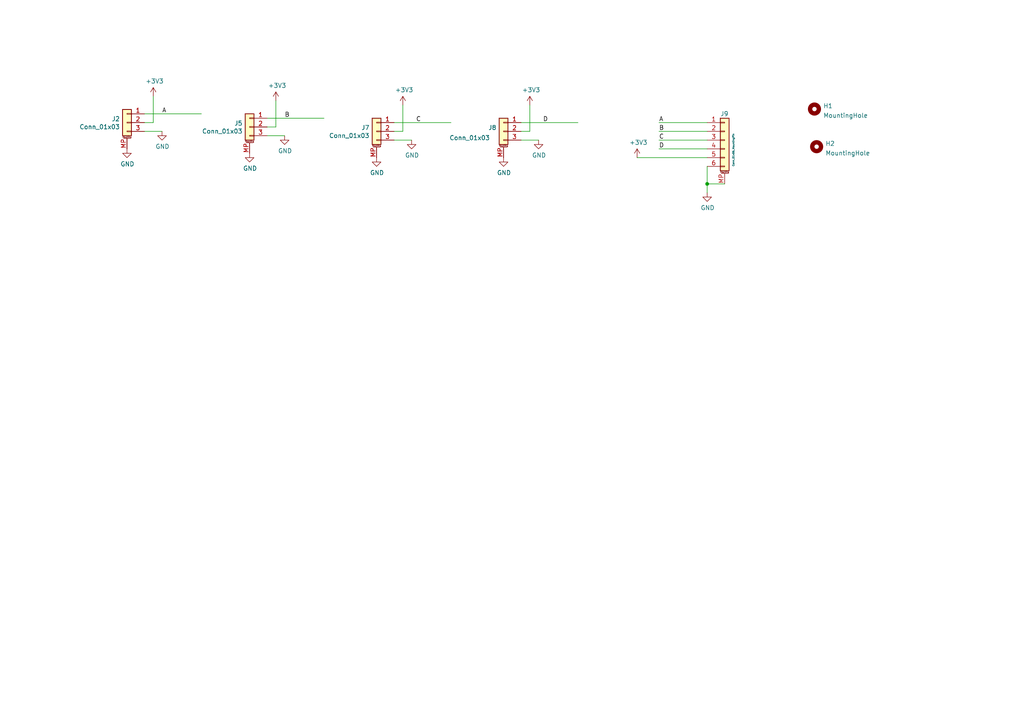
<source format=kicad_sch>
(kicad_sch (version 20211123) (generator eeschema)
  (paper "A4")
  (lib_symbols
    (symbol "Connector_Generic_MountingPin:Conn_01x03_MountingPin" (pin_names (offset 1.016) hide)
      (property "Reference" "J" (at 0 5.08 0))
      (property "Value" "Conn_01x03_MountingPin" (at 1.27 -5.08 0))
      (symbol "Conn_01x03_MountingPin_1_1"
        (rectangle (start -1.27 -2.413) (end 0 -2.667) (stroke (width 0.1524)))
        (rectangle (start -1.27 0.127) (end 0 -0.127) (stroke (width 0.1524)))
        (rectangle (start -1.27 2.667) (end 0 2.413) (stroke (width 0.1524)))
        (rectangle (start -1.27 3.81) (end 1.27 -3.81) (stroke (width 0.254)) (fill (type background)))
        (polyline (pts (xy -1.016 -4.572) (xy 1.016 -4.572)) (stroke (width 0.1524)))
        (text "Mounting" (at 0 -4.191 0) (effects (font (size 0.381 0.381))))
        (pin passive line (at -5.08 2.54 0) (length 3.81) (name "Pin_1") (number "1"))
        (pin passive line (at -5.08 0 0) (length 3.81) (name "Pin_2") (number "2"))
        (pin passive line (at -5.08 -2.54 0) (length 3.81) (name "Pin_3") (number "3"))
        (pin passive line (at 0 -7.62 90) (length 3.048) (name "MountPin") (number "MP"))
      )
    )
    (symbol "Connector_Generic_MountingPin:Conn_01x06_MountingPin" (pin_names (offset 1.016) hide)
      (property "Reference" "J" (at 0 7.62 0))
      (property "Value" "Conn_01x06_MountingPin" (at 1.27 -10.16 0))
      (symbol "Conn_01x06_MountingPin_1_1"
        (rectangle (start -1.27 -7.493) (end 0 -7.747) (stroke (width 0.1524)))
        (rectangle (start -1.27 -4.953) (end 0 -5.207) (stroke (width 0.1524)))
        (rectangle (start -1.27 -2.413) (end 0 -2.667) (stroke (width 0.1524)))
        (rectangle (start -1.27 0.127) (end 0 -0.127) (stroke (width 0.1524)))
        (rectangle (start -1.27 2.667) (end 0 2.413) (stroke (width 0.1524)))
        (rectangle (start -1.27 5.207) (end 0 4.953) (stroke (width 0.1524)))
        (rectangle (start -1.27 6.35) (end 1.27 -8.89) (stroke (width 0.254)) (fill (type background)))
        (polyline (pts (xy -1.016 -9.652) (xy 1.016 -9.652)) (stroke (width 0.1524)))
        (text "Mounting" (at 0 -9.271 0) (effects (font (size 0.381 0.381))))
        (pin passive line (at -5.08 5.08 0) (length 3.81) (name "Pin_1") (number "1"))
        (pin passive line (at -5.08 2.54 0) (length 3.81) (name "Pin_2") (number "2"))
        (pin passive line (at -5.08 0 0) (length 3.81) (name "Pin_3") (number "3"))
        (pin passive line (at -5.08 -2.54 0) (length 3.81) (name "Pin_4") (number "4"))
        (pin passive line (at -5.08 -5.08 0) (length 3.81) (name "Pin_5") (number "5"))
        (pin passive line (at -5.08 -7.62 0) (length 3.81) (name "Pin_6") (number "6"))
        (pin passive line (at 0 -12.7 90) (length 3.048) (name "MountPin") (number "MP"))
      )
    )
    (symbol "Mechanical:MountingHole" (pin_names (offset 1.016))
      (property "Reference" "H" (at 0 5.08 0))
      (property "Value" "MountingHole" (at 0 3.175 0))
      (symbol "MountingHole_0_1"
        (circle (center 0 0) (radius 1.27) (stroke (width 1.27)))
      )
    )
    (symbol "power:+3.3V" (power) (pin_names (offset 0))
      (property "Value" "+3.3V" (at 0 3.556 0))
      (symbol "+3.3V_0_1"
        (polyline (pts (xy -0.762 1.27) (xy 0 2.54)))
        (polyline (pts (xy 0 0) (xy 0 2.54)))
        (polyline (pts (xy 0 2.54) (xy 0.762 1.27)))
      )
      (symbol "+3.3V_1_1"
        (pin power_in line (at 0 0 90) (length 0) hide (name "+3V3") (number "1"))
      )
    )
    (symbol "power:GND" (power) (pin_names (offset 0))
      (property "Value" "GND" (at 0 -3.81 0))
      (symbol "GND_0_1"
        (polyline (pts (xy 0 0) (xy 0 -1.27) (xy 1.27 -1.27) (xy 0 -2.54) (xy -1.27 -1.27) (xy 0 -1.27)))
      )
      (symbol "GND_1_1"
        (pin power_in line (at 0 0 270) (length 0) hide (name "GND") (number "1"))
      )
    )
  )
  (junction (at 205.105 53.34))
  (wire (pts (xy 191.135 38.1) (xy 205.105 38.1)))
  (wire (pts (xy 191.135 43.18) (xy 205.105 43.18)))
  (wire (pts (xy 153.67 38.1) (xy 153.67 30.48)))
  (wire (pts (xy 80.01 36.83) (xy 80.01 29.21)))
  (wire (pts (xy 41.91 33.02) (xy 58.42 33.02)))
  (wire (pts (xy 114.3 38.1) (xy 116.84 38.1)))
  (wire (pts (xy 151.13 38.1) (xy 153.67 38.1)))
  (wire (pts (xy 205.105 53.34) (xy 205.105 55.88)))
  (wire (pts (xy 116.84 38.1) (xy 116.84 30.48)))
  (wire (pts (xy 41.91 38.1) (xy 46.99 38.1)))
  (wire (pts (xy 184.785 45.72) (xy 205.105 45.72)))
  (wire (pts (xy 114.3 35.56) (xy 130.81 35.56)))
  (wire (pts (xy 191.135 40.64) (xy 205.105 40.64)))
  (wire (pts (xy 151.13 35.56) (xy 167.64 35.56)))
  (wire (pts (xy 151.13 40.64) (xy 156.21 40.64)))
  (wire (pts (xy 41.91 35.56) (xy 44.45 35.56)))
  (wire (pts (xy 77.47 39.37) (xy 82.55 39.37)))
  (wire (pts (xy 77.47 36.83) (xy 80.01 36.83)))
  (wire (pts (xy 77.47 34.29) (xy 93.98 34.29)))
  (wire (pts (xy 191.135 35.56) (xy 205.105 35.56)))
  (wire (pts (xy 44.45 35.56) (xy 44.45 27.94)))
  (wire (pts (xy 114.3 40.64) (xy 119.38 40.64)))
  (wire (pts (xy 205.105 53.34) (xy 210.185 53.34)))
  (wire (pts (xy 205.105 48.26) (xy 205.105 53.34)))
  (label "B" (at 82.55 34.29 0))
  (label "D" (at 157.48 35.56 0))
  (label "A" (at 46.99 33.02 0))
  (label "C" (at 191.135 40.64 0))
  (label "B" (at 191.135 38.1 0))
  (label "D" (at 191.135 43.18 0))
  (label "A" (at 191.135 35.56 0))
  (label "C" (at 120.65 35.56 0))
  (symbol (lib_id "Connector_Generic_MountingPin:Conn_01x03_MountingPin") (at 36.83 35.56 0) (mirror y) (unit 1)
    (property "Reference" "J2" (at 34.798 34.4932 0) (effects (justify left)))
    (property "Value" "Conn_01x03" (at 34.798 36.8046 0) (effects (justify left)))
    (property "Footprint" "Connector_JST:JST_PH_B3B-PH-SM4-TB_1x03-1MP_P2.00mm_Vertical" (effects hide))
  )
  (symbol (lib_id "power:GND") (at 82.55 39.37 0) (unit 1)
    (property "Reference" "#PWR021" (effects hide))
    (property "Value" "GND" (at 82.677 43.7642 0))
  )
  (symbol (lib_id "power:GND") (at 36.83 43.18 0) (unit 1)
    (property "Reference" "#PWR06" (effects hide))
    (property "Value" "GND" (at 36.957 47.5742 0))
  )
  (symbol (lib_id "power:GND") (at 156.21 40.64 0) (unit 1)
    (property "Reference" "#PWR038" (effects hide))
    (property "Value" "GND" (at 156.337 45.0342 0))
  )
  (symbol (lib_id "Mechanical:MountingHole") (at 236.228 31.6294 0) (unit 1)
    (property "Reference" "H1" (at 238.768 30.7209 0) (effects (justify left)))
    (property "Value" "MountingHole" (at 238.768 33.496 0) (effects (justify left)))
    (property "Footprint" "MountingHole:MountingHole_3.2mm_M3_ISO14580" (effects hide))
  )
  (symbol (lib_id "power:+3.3V") (at 44.45 27.94 0) (unit 1)
    (property "Reference" "#PWR08" (effects hide))
    (property "Value" "+3.3V" (at 44.831 23.5458 0))
  )
  (symbol (lib_id "Mechanical:MountingHole") (at 236.855 42.545 0) (unit 1)
    (property "Reference" "H2" (at 239.395 41.6365 0) (effects (justify left)))
    (property "Value" "MountingHole" (at 239.395 44.4116 0) (effects (justify left)))
    (property "Footprint" "MountingHole:MountingHole_3.2mm_M3_ISO14580" (effects hide))
  )
  (symbol (lib_id "Connector_Generic_MountingPin:Conn_01x06_MountingPin") (at 210.185 40.64 0) (unit 1)
    (property "Reference" "J9" (at 208.915 33.02 0) (effects (justify left)))
    (property "Value" "Conn_01x06_MountingPin" (at 212.725 48.26 90) (effects (font (size 0.5 0.5)) (justify left)))
    (property "Footprint" "Connector_FFC-FPC:TE_84952-6_1x06-1MP_P1.0mm_Horizontal" (effects hide))
  )
  (symbol (lib_id "Connector_Generic_MountingPin:Conn_01x03_MountingPin") (at 72.39 36.83 0) (mirror y) (unit 1)
    (property "Reference" "J5" (at 70.358 35.7632 0) (effects (justify left)))
    (property "Value" "Conn_01x03" (at 70.358 38.0746 0) (effects (justify left)))
    (property "Footprint" "Connector_JST:JST_PH_B3B-PH-SM4-TB_1x03-1MP_P2.00mm_Vertical" (effects hide))
  )
  (symbol (lib_id "Connector_Generic_MountingPin:Conn_01x03_MountingPin") (at 146.05 38.1 0) (mirror y) (unit 1)
    (property "Reference" "J8" (at 144.018 37.0332 0) (effects (justify left)))
    (property "Value" "Conn_01x03" (at 142.113 39.9796 0) (effects (justify left)))
    (property "Footprint" "Connector_JST:JST_PH_B3B-PH-SM4-TB_1x03-1MP_P2.00mm_Vertical" (effects hide))
  )
  (symbol (lib_id "power:+3.3V") (at 80.01 29.21 0) (unit 1)
    (property "Reference" "#PWR020" (effects hide))
    (property "Value" "+3.3V" (at 80.391 24.8158 0))
  )
  (symbol (lib_id "power:GND") (at 46.99 38.1 0) (unit 1)
    (property "Reference" "#PWR010" (effects hide))
    (property "Value" "GND" (at 47.117 42.4942 0))
  )
  (symbol (lib_id "power:GND") (at 119.38 40.64 0) (unit 1)
    (property "Reference" "#PWR030" (effects hide))
    (property "Value" "GND" (at 119.507 45.0342 0))
  )
  (symbol (lib_id "power:+3.3V") (at 153.67 30.48 0) (unit 1)
    (property "Reference" "#PWR037" (effects hide))
    (property "Value" "+3.3V" (at 154.051 26.0858 0))
  )
  (symbol (lib_id "power:+3.3V") (at 116.84 30.48 0) (unit 1)
    (property "Reference" "#PWR029" (effects hide))
    (property "Value" "+3.3V" (at 117.221 26.0858 0))
  )
  (symbol (lib_id "power:GND") (at 72.39 44.45 0) (unit 1)
    (property "Reference" "#PWR019" (effects hide))
    (property "Value" "GND" (at 72.517 48.8442 0))
  )
  (symbol (lib_id "power:GND") (at 109.22 45.72 0) (unit 1)
    (property "Reference" "#PWR027" (effects hide))
    (property "Value" "GND" (at 109.347 50.1142 0))
  )
  (symbol (lib_id "power:+3.3V") (at 184.785 45.72 0) (unit 1)
    (property "Reference" "#PWR044" (effects hide))
    (property "Value" "+3.3V" (at 185.166 41.3258 0))
  )
  (symbol (lib_id "Connector_Generic_MountingPin:Conn_01x03_MountingPin") (at 109.22 38.1 0) (mirror y) (unit 1)
    (property "Reference" "J7" (at 107.188 37.0332 0) (effects (justify left)))
    (property "Value" "Conn_01x03" (at 107.188 39.3446 0) (effects (justify left)))
    (property "Footprint" "Connector_JST:JST_PH_B3B-PH-SM4-TB_1x03-1MP_P2.00mm_Vertical" (effects hide))
  )
  (symbol (lib_id "power:GND") (at 146.05 45.72 0) (unit 1)
    (property "Reference" "#PWR036" (effects hide))
    (property "Value" "GND" (at 146.177 50.1142 0))
  )
  (symbol (lib_id "power:GND") (at 205.105 55.88 0) (unit 1)
    (property "Reference" "#PWR045" (effects hide))
    (property "Value" "GND" (at 205.232 60.2742 0))
  )
)
</source>
